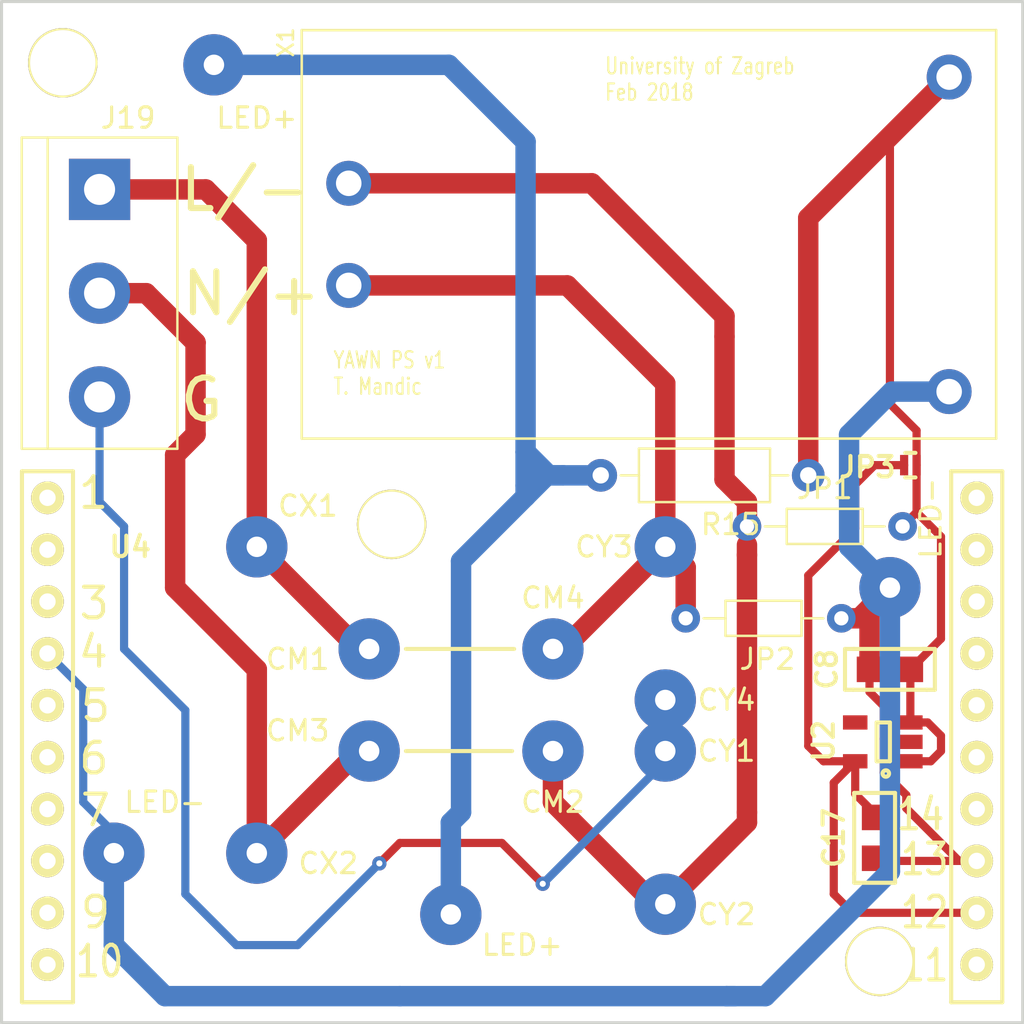
<source format=kicad_pcb>
(kicad_pcb (version 4) (host pcbnew 4.0.7)

  (general
    (links 31)
    (no_connects 0)
    (area 109.924999 69.924999 160.075001 120.075001)
    (thickness 1.6)
    (drawings 27)
    (tracks 129)
    (zones 0)
    (modules 27)
    (nets 28)
  )

  (page A4)
  (layers
    (0 F.Cu signal)
    (31 B.Cu signal)
    (32 B.Adhes user)
    (33 F.Adhes user hide)
    (34 B.Paste user)
    (35 F.Paste user)
    (36 B.SilkS user)
    (37 F.SilkS user)
    (38 B.Mask user)
    (39 F.Mask user hide)
    (40 Dwgs.User user hide)
    (41 Cmts.User user)
    (42 Eco1.User user)
    (43 Eco2.User user)
    (44 Edge.Cuts user)
    (45 Margin user)
    (46 B.CrtYd user hide)
    (47 F.CrtYd user hide)
    (48 B.Fab user hide)
    (49 F.Fab user)
  )

  (setup
    (last_trace_width 1)
    (user_trace_width 0.2)
    (user_trace_width 0.4)
    (user_trace_width 0.6)
    (user_trace_width 1)
    (user_trace_width 2)
    (user_trace_width 3)
    (trace_clearance 0.2)
    (zone_clearance 0.254)
    (zone_45_only yes)
    (trace_min 0.2)
    (segment_width 0.2)
    (edge_width 0.15)
    (via_size 0.7)
    (via_drill 0.3)
    (via_min_size 0.3)
    (via_min_drill 0.3)
    (user_via 0.7 0.3)
    (uvia_size 0.3)
    (uvia_drill 0.1)
    (uvias_allowed no)
    (uvia_min_size 0.2)
    (uvia_min_drill 0.1)
    (pcb_text_width 0.3)
    (pcb_text_size 1.5 1.5)
    (mod_edge_width 0.15)
    (mod_text_size 1 1)
    (mod_text_width 0.2)
    (pad_size 3.4 3.4)
    (pad_drill 3.2)
    (pad_to_mask_clearance 0.2)
    (aux_axis_origin 0 0)
    (grid_origin 122.5 96.7)
    (visible_elements 7FFFFF7F)
    (pcbplotparams
      (layerselection 0x000f0_80000001)
      (usegerberextensions false)
      (excludeedgelayer false)
      (linewidth 0.100000)
      (plotframeref false)
      (viasonmask false)
      (mode 1)
      (useauxorigin false)
      (hpglpennumber 1)
      (hpglpenspeed 20)
      (hpglpendiameter 15)
      (hpglpenoverlay 2)
      (psnegative false)
      (psa4output false)
      (plotreference true)
      (plotvalue true)
      (plotinvisibletext false)
      (padsonsilk false)
      (subtractmaskfromsilk false)
      (outputformat 1)
      (mirror false)
      (drillshape 0)
      (scaleselection 1)
      (outputdirectory gerberi/))
  )

  (net 0 "")
  (net 1 /ICSPCLK)
  (net 2 /VDD)
  (net 3 /ICSPDAT)
  (net 4 /\MCLR)
  (net 5 GND)
  (net 6 /VCAP)
  (net 7 /IRQ)
  (net 8 /CE)
  (net 9 /VDDX)
  (net 10 /GPIO1)
  (net 11 /GPIO0)
  (net 12 /SCL/SCK)
  (net 13 /SDA/SDI)
  (net 14 /\SS)
  (net 15 /SDO)
  (net 16 /H20)
  (net 17 /H3)
  (net 18 /H16)
  (net 19 /H17)
  (net 20 "Net-(C8-Pad1)")
  (net 21 /L)
  (net 22 /N)
  (net 23 /G)
  (net 24 /LIN)
  (net 25 /NIN)
  (net 26 "Net-(J30-Pad1)")
  (net 27 "Net-(U2-Pad4)")

  (net_class Default "This is the default net class."
    (clearance 0.2)
    (trace_width 0.2)
    (via_dia 0.7)
    (via_drill 0.3)
    (uvia_dia 0.3)
    (uvia_drill 0.1)
    (add_net /CE)
    (add_net /G)
    (add_net /GPIO0)
    (add_net /GPIO1)
    (add_net /H16)
    (add_net /H17)
    (add_net /H20)
    (add_net /H3)
    (add_net /ICSPCLK)
    (add_net /ICSPDAT)
    (add_net /IRQ)
    (add_net /L)
    (add_net /LIN)
    (add_net /N)
    (add_net /NIN)
    (add_net /SCL/SCK)
    (add_net /SDA/SDI)
    (add_net /SDO)
    (add_net /VCAP)
    (add_net /VDD)
    (add_net /VDDX)
    (add_net /\MCLR)
    (add_net /\SS)
    (add_net GND)
    (add_net "Net-(C8-Pad1)")
    (add_net "Net-(J30-Pad1)")
    (add_net "Net-(U2-Pad4)")
  )

  (module komponente:HOLE_M3 (layer F.Cu) (tedit 5A969D2A) (tstamp 5AA1C87D)
    (at 129.1 95.6)
    (fp_text reference REF** (at 0 -3) (layer F.SilkS) hide
      (effects (font (size 1 1) (thickness 0.15)))
    )
    (fp_text value HOLE_M3 (at 0 3) (layer F.SilkS) hide
      (effects (font (size 1 1) (thickness 0.2)))
    )
    (pad 1 thru_hole circle (at 0 0) (size 3.4 3.4) (drill 3.2) (layers *.Cu *.Mask F.SilkS))
  )

  (module komponente:HEADER (layer F.Cu) (tedit 5A96B890) (tstamp 56F54644)
    (at 135 107)
    (path /576D788C)
    (fp_text reference U4 (at -18.7 -10.3) (layer F.SilkS)
      (effects (font (size 1 1) (thickness 0.2)))
    )
    (fp_text value 2x10pin_header (at -0.04 14.21) (layer F.SilkS) hide
      (effects (font (size 1 1) (thickness 0.2)))
    )
    (fp_line (start 21.5 -14) (end 24 -14) (layer F.SilkS) (width 0.2))
    (fp_line (start 24 -14) (end 24 12) (layer F.SilkS) (width 0.2))
    (fp_line (start 24 12) (end 21.5 12) (layer F.SilkS) (width 0.2))
    (fp_line (start 21.5 12) (end 21.5 -14) (layer F.SilkS) (width 0.2))
    (fp_line (start -24 -14) (end -21.5 -14) (layer F.SilkS) (width 0.2))
    (fp_line (start -21.5 -14) (end -21.5 12) (layer F.SilkS) (width 0.2))
    (fp_line (start -21.5 12) (end -24 12) (layer F.SilkS) (width 0.2))
    (fp_line (start -24 12) (end -24 -14) (layer F.SilkS) (width 0.2))
    (pad 1 thru_hole circle (at -22.75 -12.7) (size 1.6 1.6) (drill 0.8) (layers *.Cu *.Mask F.SilkS)
      (net 6 /VCAP))
    (pad 2 thru_hole circle (at -22.75 -10.16) (size 1.6 1.6) (drill 0.8) (layers *.Cu *.Mask F.SilkS)
      (net 9 /VDDX))
    (pad 3 thru_hole circle (at -22.75 -7.62) (size 1.6 1.6) (drill 0.8) (layers *.Cu *.Mask F.SilkS)
      (net 17 /H3))
    (pad 4 thru_hole circle (at -22.75 -5.08) (size 1.6 1.6) (drill 0.8) (layers *.Cu *.Mask F.SilkS)
      (net 5 GND))
    (pad 5 thru_hole circle (at -22.75 -2.54) (size 1.6 1.6) (drill 0.8) (layers *.Cu *.Mask F.SilkS)
      (net 13 /SDA/SDI))
    (pad 6 thru_hole circle (at -22.75 0) (size 1.6 1.6) (drill 0.8) (layers *.Cu *.Mask F.SilkS)
      (net 12 /SCL/SCK))
    (pad 7 thru_hole circle (at -22.75 2.54) (size 1.6 1.6) (drill 0.8) (layers *.Cu *.Mask F.SilkS)
      (net 14 /\SS))
    (pad 8 thru_hole circle (at -22.75 5.08) (size 1.6 1.6) (drill 0.8) (layers *.Cu *.Mask F.SilkS)
      (net 15 /SDO))
    (pad 9 thru_hole circle (at -22.75 7.62) (size 1.6 1.6) (drill 0.8) (layers *.Cu *.Mask F.SilkS)
      (net 8 /CE))
    (pad 10 thru_hole circle (at -22.75 10.16) (size 1.6 1.6) (drill 0.8) (layers *.Cu *.Mask F.SilkS)
      (net 7 /IRQ))
    (pad 20 thru_hole circle (at 22.75 -12.7) (size 1.6 1.6) (drill 0.8) (layers *.Cu *.Mask F.SilkS)
      (net 16 /H20))
    (pad 19 thru_hole circle (at 22.75 -10.16) (size 1.6 1.6) (drill 0.8) (layers *.Cu *.Mask F.SilkS)
      (net 10 /GPIO1))
    (pad 18 thru_hole circle (at 22.75 -7.62) (size 1.6 1.6) (drill 0.8) (layers *.Cu *.Mask F.SilkS)
      (net 11 /GPIO0))
    (pad 17 thru_hole circle (at 22.75 -5.08) (size 1.6 1.6) (drill 0.8) (layers *.Cu *.Mask F.SilkS)
      (net 19 /H17))
    (pad 16 thru_hole circle (at 22.75 -2.54) (size 1.6 1.6) (drill 0.8) (layers *.Cu *.Mask F.SilkS)
      (net 18 /H16))
    (pad 15 thru_hole circle (at 22.75 0) (size 1.6 1.6) (drill 0.8) (layers *.Cu *.Mask F.SilkS)
      (net 1 /ICSPCLK))
    (pad 14 thru_hole circle (at 22.75 2.54) (size 1.6 1.6) (drill 0.8) (layers *.Cu *.Mask F.SilkS)
      (net 3 /ICSPDAT))
    (pad 13 thru_hole circle (at 22.75 5.08) (size 1.6 1.6) (drill 0.8) (layers *.Cu *.Mask F.SilkS)
      (net 5 GND))
    (pad 12 thru_hole circle (at 22.75 7.62) (size 1.6 1.6) (drill 0.8) (layers *.Cu *.Mask F.SilkS)
      (net 2 /VDD))
    (pad 11 thru_hole circle (at 22.75 10.16) (size 1.6 1.6) (drill 0.8) (layers *.Cu *.Mask F.SilkS)
      (net 4 /\MCLR))
  )

  (module komponente:0805 (layer F.Cu) (tedit 5A96ACA9) (tstamp 5AA171C1)
    (at 153.5 102.7 180)
    (descr "Capacitor SMD 0805, reflow soldering, AVX (see smccp.pdf)")
    (tags "capacitor 0805")
    (path /5A9725F3)
    (attr smd)
    (fp_text reference C8 (at 3.1 0 270) (layer F.SilkS)
      (effects (font (size 1 1) (thickness 0.2)))
    )
    (fp_text value C (at 0 2.1 180) (layer F.SilkS) hide
      (effects (font (size 1 1) (thickness 0.2)))
    )
    (fp_line (start 1.8 -1) (end 2.2 -1) (layer F.SilkS) (width 0.2))
    (fp_line (start 2.2 -1) (end 2.2 1) (layer F.SilkS) (width 0.2))
    (fp_line (start 2.2 1) (end 1.7 1) (layer F.SilkS) (width 0.2))
    (fp_line (start -1.8 -1) (end -2.2 -1) (layer F.SilkS) (width 0.2))
    (fp_line (start -2.2 -1) (end -2.2 1) (layer F.SilkS) (width 0.2))
    (fp_line (start -2.2 1) (end -1.6 1) (layer F.SilkS) (width 0.2))
    (fp_line (start -1.8 -1) (end 1.8 -1) (layer F.SilkS) (width 0.2))
    (fp_line (start -1.8 1) (end 1.8 1) (layer F.SilkS) (width 0.2))
    (pad 1 smd rect (at -1 0 180) (size 1.25 1.25) (layers F.Cu F.Paste F.Mask)
      (net 20 "Net-(C8-Pad1)"))
    (pad 2 smd rect (at 1 0 180) (size 1.25 1.25) (layers F.Cu F.Paste F.Mask)
      (net 5 GND))
    (model Capacitors_SMD.3dshapes/C_0805.wrl
      (at (xyz 0 0 0))
      (scale (xyz 1 1 1))
      (rotate (xyz 0 0 0))
    )
  )

  (module komponente:0805 (layer F.Cu) (tedit 5A96A404) (tstamp 5AA171CF)
    (at 152.75 110.95 270)
    (descr "Capacitor SMD 0805, reflow soldering, AVX (see smccp.pdf)")
    (tags "capacitor 0805")
    (path /5A970509)
    (attr smd)
    (fp_text reference C17 (at 0 2 270) (layer F.SilkS)
      (effects (font (size 1 1) (thickness 0.2)))
    )
    (fp_text value C (at 0 2.1 270) (layer F.SilkS) hide
      (effects (font (size 1 1) (thickness 0.2)))
    )
    (fp_line (start 1.8 -1) (end 2.2 -1) (layer F.SilkS) (width 0.2))
    (fp_line (start 2.2 -1) (end 2.2 1) (layer F.SilkS) (width 0.2))
    (fp_line (start 2.2 1) (end 1.7 1) (layer F.SilkS) (width 0.2))
    (fp_line (start -1.8 -1) (end -2.2 -1) (layer F.SilkS) (width 0.2))
    (fp_line (start -2.2 -1) (end -2.2 1) (layer F.SilkS) (width 0.2))
    (fp_line (start -2.2 1) (end -1.6 1) (layer F.SilkS) (width 0.2))
    (fp_line (start -1.8 -1) (end 1.8 -1) (layer F.SilkS) (width 0.2))
    (fp_line (start -1.8 1) (end 1.8 1) (layer F.SilkS) (width 0.2))
    (pad 1 smd rect (at -1 0 270) (size 1.25 1.25) (layers F.Cu F.Paste F.Mask)
      (net 2 /VDD))
    (pad 2 smd rect (at 1 0 270) (size 1.25 1.25) (layers F.Cu F.Paste F.Mask)
      (net 5 GND))
    (model Capacitors_SMD.3dshapes/C_0805.wrl
      (at (xyz 0 0 0))
      (scale (xyz 1 1 1))
      (rotate (xyz 0 0 0))
    )
  )

  (module Terminal_Blocks:TerminalBlock_bornier-3_P5.08mm (layer F.Cu) (tedit 5A96B8A5) (tstamp 5AA171E5)
    (at 114.8 79.2 270)
    (descr "simple 3-pin terminal block, pitch 5.08mm, revamped version of bornier3")
    (tags "terminal block bornier3")
    (path /5A96F1BD)
    (fp_text reference J19 (at -3.5 -1.4 360) (layer F.SilkS)
      (effects (font (size 1 1) (thickness 0.15)))
    )
    (fp_text value Screw_Terminal_01x03 (at 5.08 5.08 270) (layer F.Fab) hide
      (effects (font (size 1 1) (thickness 0.15)))
    )
    (fp_text user %R (at 5.08 0 270) (layer F.Fab) hide
      (effects (font (size 1 1) (thickness 0.15)))
    )
    (fp_line (start -2.47 2.55) (end 12.63 2.55) (layer F.Fab) (width 0.1))
    (fp_line (start -2.47 -3.75) (end 12.63 -3.75) (layer F.Fab) (width 0.1))
    (fp_line (start 12.63 -3.75) (end 12.63 3.75) (layer F.Fab) (width 0.1))
    (fp_line (start 12.63 3.75) (end -2.47 3.75) (layer F.Fab) (width 0.1))
    (fp_line (start -2.47 3.75) (end -2.47 -3.75) (layer F.Fab) (width 0.1))
    (fp_line (start -2.54 3.81) (end -2.54 -3.81) (layer F.SilkS) (width 0.12))
    (fp_line (start 12.7 3.81) (end 12.7 -3.81) (layer F.SilkS) (width 0.12))
    (fp_line (start -2.54 2.54) (end 12.7 2.54) (layer F.SilkS) (width 0.12))
    (fp_line (start -2.54 -3.81) (end 12.7 -3.81) (layer F.SilkS) (width 0.12))
    (fp_line (start -2.54 3.81) (end 12.7 3.81) (layer F.SilkS) (width 0.12))
    (fp_line (start -2.72 -4) (end 12.88 -4) (layer F.CrtYd) (width 0.05))
    (fp_line (start -2.72 -4) (end -2.72 4) (layer F.CrtYd) (width 0.05))
    (fp_line (start 12.88 4) (end 12.88 -4) (layer F.CrtYd) (width 0.05))
    (fp_line (start 12.88 4) (end -2.72 4) (layer F.CrtYd) (width 0.05))
    (pad 1 thru_hole rect (at 0 0 270) (size 3 3) (drill 1.52) (layers *.Cu *.Mask)
      (net 21 /L))
    (pad 2 thru_hole circle (at 5.08 0 270) (size 3 3) (drill 1.52) (layers *.Cu *.Mask)
      (net 22 /N))
    (pad 3 thru_hole circle (at 10.16 0 270) (size 3 3) (drill 1.52) (layers *.Cu *.Mask)
      (net 23 /G))
    (model ${KISYS3DMOD}/Terminal_Blocks.3dshapes/TerminalBlock_bornier-3_P5.08mm.wrl
      (at (xyz 0.2 0 0))
      (scale (xyz 1 1 1))
      (rotate (xyz 0 0 0))
    )
  )

  (module komponente:3mm_1mm (layer F.Cu) (tedit 5A96A8E1) (tstamp 5AA171EA)
    (at 122.5 96.7)
    (path /5A9769B2)
    (fp_text reference J20 (at 0 0.5) (layer F.SilkS) hide
      (effects (font (size 1 1) (thickness 0.15)))
    )
    (fp_text value CX1 (at 2.5 -2) (layer F.SilkS)
      (effects (font (size 1 1) (thickness 0.15)))
    )
    (pad 1 thru_hole circle (at 0 0) (size 3 3) (drill 1) (layers *.Cu *.Mask)
      (net 21 /L))
  )

  (module komponente:3mm_1mm (layer F.Cu) (tedit 5A96A8F5) (tstamp 5AA171EF)
    (at 122.5 111.7)
    (path /5A976C37)
    (fp_text reference J21 (at 0 0.5) (layer F.SilkS) hide
      (effects (font (size 1 1) (thickness 0.15)))
    )
    (fp_text value CX2 (at 3.5 0.5) (layer F.SilkS)
      (effects (font (size 1 1) (thickness 0.15)))
    )
    (pad 1 thru_hole circle (at 0 0) (size 3 3) (drill 1) (layers *.Cu *.Mask)
      (net 22 /N))
  )

  (module komponente:3mm_1mm (layer F.Cu) (tedit 5A96A906) (tstamp 5AA171F4)
    (at 128 101.7)
    (path /5A97705B)
    (fp_text reference J22 (at 0 0.5) (layer F.SilkS) hide
      (effects (font (size 1 1) (thickness 0.15)))
    )
    (fp_text value CM1 (at -3.5 0.5) (layer F.SilkS)
      (effects (font (size 1 1) (thickness 0.15)))
    )
    (pad 1 thru_hole circle (at 0 0) (size 3 3) (drill 1) (layers *.Cu *.Mask)
      (net 21 /L))
  )

  (module komponente:3mm_1mm (layer F.Cu) (tedit 5A96A911) (tstamp 5AA171F9)
    (at 128 106.7)
    (path /5A97761F)
    (fp_text reference J23 (at 0 0.5) (layer F.SilkS) hide
      (effects (font (size 1 1) (thickness 0.15)))
    )
    (fp_text value CM3 (at -3.5 -1) (layer F.SilkS)
      (effects (font (size 1 1) (thickness 0.15)))
    )
    (pad 1 thru_hole circle (at 0 0) (size 3 3) (drill 1) (layers *.Cu *.Mask)
      (net 22 /N))
  )

  (module komponente:3mm_1mm (layer F.Cu) (tedit 5A96AA7A) (tstamp 5AA171FE)
    (at 137 106.7)
    (path /5A977061)
    (fp_text reference J24 (at 0 0.5) (layer F.SilkS) hide
      (effects (font (size 1 1) (thickness 0.15)))
    )
    (fp_text value CM2 (at 0 2.5) (layer F.SilkS)
      (effects (font (size 1 1) (thickness 0.15)))
    )
    (pad 1 thru_hole circle (at 0 0) (size 3 3) (drill 1) (layers *.Cu *.Mask)
      (net 24 /LIN))
  )

  (module komponente:3mm_1mm (layer F.Cu) (tedit 5A96AA70) (tstamp 5AA17203)
    (at 137 101.7)
    (path /5A977619)
    (fp_text reference J25 (at 0 0.5) (layer F.SilkS) hide
      (effects (font (size 1 1) (thickness 0.15)))
    )
    (fp_text value CM4 (at 0 -2.5) (layer F.SilkS)
      (effects (font (size 1 1) (thickness 0.15)))
    )
    (pad 1 thru_hole circle (at 0 0) (size 3 3) (drill 1) (layers *.Cu *.Mask)
      (net 25 /NIN))
  )

  (module komponente:3mm_1mm (layer F.Cu) (tedit 5A96AA50) (tstamp 5AA17208)
    (at 142.5 106.7)
    (path /5A977F5B)
    (fp_text reference J26 (at 0 0.5) (layer F.SilkS) hide
      (effects (font (size 1 1) (thickness 0.15)))
    )
    (fp_text value CY1 (at 3 0) (layer F.SilkS)
      (effects (font (size 1 1) (thickness 0.15)))
    )
    (pad 1 thru_hole circle (at 0 0) (size 3 3) (drill 1) (layers *.Cu *.Mask)
      (net 23 /G))
  )

  (module komponente:3mm_1mm (layer F.Cu) (tedit 5A96AA43) (tstamp 5AA1720D)
    (at 142.5 114.2)
    (path /5A977F61)
    (fp_text reference J27 (at 0 0.5) (layer F.SilkS) hide
      (effects (font (size 1 1) (thickness 0.15)))
    )
    (fp_text value CY2 (at 3 0.5) (layer F.SilkS)
      (effects (font (size 1 1) (thickness 0.15)))
    )
    (pad 1 thru_hole circle (at 0 0) (size 3 3) (drill 1) (layers *.Cu *.Mask)
      (net 24 /LIN))
  )

  (module komponente:3mm_1mm (layer F.Cu) (tedit 5A96AA63) (tstamp 5AA17212)
    (at 142.5 96.7)
    (path /5A9782A9)
    (fp_text reference J28 (at 0 0.5) (layer F.SilkS) hide
      (effects (font (size 1 1) (thickness 0.15)))
    )
    (fp_text value CY3 (at -3 0) (layer F.SilkS)
      (effects (font (size 1 1) (thickness 0.15)))
    )
    (pad 1 thru_hole circle (at 0 0) (size 3 3) (drill 1) (layers *.Cu *.Mask)
      (net 25 /NIN))
  )

  (module komponente:3mm_1mm (layer F.Cu) (tedit 5A96AA59) (tstamp 5AA17217)
    (at 142.5 104.2)
    (path /5A9782AF)
    (fp_text reference J29 (at 0 0.5) (layer F.SilkS) hide
      (effects (font (size 1 1) (thickness 0.15)))
    )
    (fp_text value CY4 (at 3 0) (layer F.SilkS)
      (effects (font (size 1 1) (thickness 0.15)))
    )
    (pad 1 thru_hole circle (at 0 0) (size 3 3) (drill 1) (layers *.Cu *.Mask)
      (net 23 /G))
  )

  (module komponente:3mm_1mm (layer F.Cu) (tedit 5A96AB29) (tstamp 5AA1721C)
    (at 120.4 73.1)
    (path /5A96CE58)
    (fp_text reference J30 (at 0 0.5) (layer F.SilkS) hide
      (effects (font (size 1 1) (thickness 0.15)))
    )
    (fp_text value LED+ (at 2.1 2.6) (layer F.SilkS)
      (effects (font (size 1 1) (thickness 0.15)))
    )
    (pad 1 thru_hole circle (at 0 0) (size 3 3) (drill 1) (layers *.Cu *.Mask)
      (net 26 "Net-(J30-Pad1)"))
  )

  (module komponente:3mm_1mm (layer F.Cu) (tedit 5A96AB14) (tstamp 5AA17221)
    (at 132 114.7)
    (path /5A96D2CA)
    (fp_text reference J31 (at 0 0.5) (layer F.SilkS) hide
      (effects (font (size 1 1) (thickness 0.15)))
    )
    (fp_text value LED+ (at 3.5 1.5) (layer F.SilkS)
      (effects (font (size 1 1) (thickness 0.15)))
    )
    (pad 1 thru_hole circle (at 0 0) (size 3 3) (drill 1) (layers *.Cu *.Mask)
      (net 26 "Net-(J30-Pad1)"))
  )

  (module komponente:3mm_1mm (layer F.Cu) (tedit 5A96A823) (tstamp 5AA17226)
    (at 115.5 111.7)
    (path /5A96D3F2)
    (fp_text reference J32 (at 0 0.5) (layer F.SilkS) hide
      (effects (font (size 1 1) (thickness 0.15)))
    )
    (fp_text value LED- (at 2.5 -2.5) (layer F.SilkS)
      (effects (font (size 1 1) (thickness 0.15)))
    )
    (pad 1 thru_hole circle (at 0 0) (size 3 3) (drill 1) (layers *.Cu *.Mask)
      (net 5 GND))
  )

  (module komponente:3mm_1mm (layer F.Cu) (tedit 5A96B86F) (tstamp 5AA1722B)
    (at 153.5 98.7)
    (path /5A96D3F8)
    (fp_text reference J33 (at 0 0.5) (layer F.SilkS) hide
      (effects (font (size 1 1) (thickness 0.15)))
    )
    (fp_text value LED- (at 2 -3.4 90) (layer F.SilkS)
      (effects (font (size 1 1) (thickness 0.15)))
    )
    (pad 1 thru_hole circle (at 0 0) (size 3 3) (drill 1) (layers *.Cu *.Mask)
      (net 5 GND))
  )

  (module komponente:J1x04 (layer F.Cu) (tedit 5A96A641) (tstamp 5AA17257)
    (at 154.5 92.7 180)
    (descr "Resistor SMD 0402, reflow soldering, Vishay (see dcrcw.pdf)")
    (tags "resistor 0402")
    (path /5A975E2C)
    (attr smd)
    (fp_text reference JP3 (at 2.1 -0.1 180) (layer F.SilkS)
      (effects (font (size 1 1) (thickness 0.2)))
    )
    (fp_text value JUMPER (at 0 1.8 180) (layer F.SilkS) hide
      (effects (font (size 1 1) (thickness 0.2)))
    )
    (fp_line (start 0.25 -0.6012) (end -0.25 -0.6012) (layer F.SilkS) (width 0.2))
    (fp_line (start -0.25 0.6012) (end 0.25 0.6012) (layer F.SilkS) (width 0.2))
    (pad 1 smd rect (at -0.3048 0 180) (size 0.4 1) (layers F.Cu F.Paste F.Mask)
      (net 20 "Net-(C8-Pad1)"))
    (pad 2 smd rect (at 0.3048 0 180) (size 0.4 1) (layers F.Cu F.Paste F.Mask)
      (net 2 /VDD))
    (model Resistors_SMD.3dshapes/R_0402.wrl
      (at (xyz 0 0 0))
      (scale (xyz 1 1 1))
      (rotate (xyz 0 0 0))
    )
  )

  (module Resistors_ThroughHole:R_Axial_DIN0207_L6.3mm_D2.5mm_P10.16mm_Horizontal (layer F.Cu) (tedit 5A96A629) (tstamp 5AA1726D)
    (at 149.5 93.2 180)
    (descr "Resistor, Axial_DIN0207 series, Axial, Horizontal, pin pitch=10.16mm, 0.25W = 1/4W, length*diameter=6.3*2.5mm^2, http://cdn-reichelt.de/documents/datenblatt/B400/1_4W%23YAG.pdf")
    (tags "Resistor Axial_DIN0207 series Axial Horizontal pin pitch 10.16mm 0.25W = 1/4W length 6.3mm diameter 2.5mm")
    (path /5A96E6D0)
    (fp_text reference R15 (at 3.8 -2.4 180) (layer F.SilkS)
      (effects (font (size 1 1) (thickness 0.15)))
    )
    (fp_text value R (at 5.08 2.31 180) (layer F.Fab) hide
      (effects (font (size 1 1) (thickness 0.15)))
    )
    (fp_line (start 1.93 -1.25) (end 1.93 1.25) (layer F.Fab) (width 0.1))
    (fp_line (start 1.93 1.25) (end 8.23 1.25) (layer F.Fab) (width 0.1))
    (fp_line (start 8.23 1.25) (end 8.23 -1.25) (layer F.Fab) (width 0.1))
    (fp_line (start 8.23 -1.25) (end 1.93 -1.25) (layer F.Fab) (width 0.1))
    (fp_line (start 0 0) (end 1.93 0) (layer F.Fab) (width 0.1))
    (fp_line (start 10.16 0) (end 8.23 0) (layer F.Fab) (width 0.1))
    (fp_line (start 1.87 -1.31) (end 1.87 1.31) (layer F.SilkS) (width 0.12))
    (fp_line (start 1.87 1.31) (end 8.29 1.31) (layer F.SilkS) (width 0.12))
    (fp_line (start 8.29 1.31) (end 8.29 -1.31) (layer F.SilkS) (width 0.12))
    (fp_line (start 8.29 -1.31) (end 1.87 -1.31) (layer F.SilkS) (width 0.12))
    (fp_line (start 0.98 0) (end 1.87 0) (layer F.SilkS) (width 0.12))
    (fp_line (start 9.18 0) (end 8.29 0) (layer F.SilkS) (width 0.12))
    (fp_line (start -1.05 -1.6) (end -1.05 1.6) (layer F.CrtYd) (width 0.05))
    (fp_line (start -1.05 1.6) (end 11.25 1.6) (layer F.CrtYd) (width 0.05))
    (fp_line (start 11.25 1.6) (end 11.25 -1.6) (layer F.CrtYd) (width 0.05))
    (fp_line (start 11.25 -1.6) (end -1.05 -1.6) (layer F.CrtYd) (width 0.05))
    (pad 1 thru_hole circle (at 0 0 180) (size 1.6 1.6) (drill 0.8) (layers *.Cu *.Mask)
      (net 20 "Net-(C8-Pad1)"))
    (pad 2 thru_hole oval (at 10.16 0 180) (size 1.6 1.6) (drill 0.8) (layers *.Cu *.Mask)
      (net 26 "Net-(J30-Pad1)"))
    (model ${KISYS3DMOD}/Resistors_THT.3dshapes/R_Axial_DIN0207_L6.3mm_D2.5mm_P10.16mm_Horizontal.wrl
      (at (xyz 0 0 0))
      (scale (xyz 0.393701 0.393701 0.393701))
      (rotate (xyz 0 0 0))
    )
  )

  (module komponente:SOT-23-5DDC (layer F.Cu) (tedit 5A96A40B) (tstamp 5AA1727B)
    (at 154.5 107.2 90)
    (path /5A97019A)
    (fp_text reference U2 (at 1 -4.25 90) (layer F.SilkS)
      (effects (font (size 1 1) (thickness 0.2)))
    )
    (fp_text value MIC5525-33 (at 1.25 1.75 90) (layer F.SilkS) hide
      (effects (font (size 1 1) (thickness 0.2)))
    )
    (fp_circle (center -0.6 -1.2) (end -0.45 -1.25) (layer F.SilkS) (width 0.2))
    (fp_line (start 0 -1.65) (end 0 -1) (layer F.SilkS) (width 0.2))
    (fp_line (start 0 -1) (end 1.9 -1) (layer F.SilkS) (width 0.2))
    (fp_line (start 1.9 -1) (end 1.9 -1.65) (layer F.SilkS) (width 0.2))
    (fp_line (start 1.9 -1.65) (end 0 -1.65) (layer F.SilkS) (width 0.2))
    (pad 1 smd rect (at 0 0 90) (size 0.7 1.2) (layers F.Cu F.Paste F.Mask)
      (net 20 "Net-(C8-Pad1)"))
    (pad 2 smd rect (at 0.95 0 90) (size 0.7 1.2) (layers F.Cu F.Paste F.Mask)
      (net 5 GND))
    (pad 3 smd rect (at 1.9 0 90) (size 0.7 1.2) (layers F.Cu F.Paste F.Mask)
      (net 20 "Net-(C8-Pad1)"))
    (pad 4 smd rect (at 1.9 -2.7 90) (size 0.7 1.2) (layers F.Cu F.Paste F.Mask)
      (net 27 "Net-(U2-Pad4)"))
    (pad 5 smd rect (at 0 -2.7 90) (size 0.7 1.2) (layers F.Cu F.Paste F.Mask)
      (net 2 /VDD))
  )

  (module komponente:HLK-PM03 (layer F.Cu) (tedit 5A969EC8) (tstamp 5AA1729A)
    (at 141.7 81.4)
    (path /5A96C10F)
    (fp_text reference X1 (at -17.78 -9.398 90) (layer F.SilkS)
      (effects (font (size 0.762 0.762) (thickness 0.127)))
    )
    (fp_text value HLK-PMXX (at 0.2 0.4) (layer F.Fab)
      (effects (font (size 0.762 0.762) (thickness 0.127)))
    )
    (fp_line (start 17 10) (end 17 -10) (layer F.SilkS) (width 0.127))
    (fp_line (start -17 -10) (end -17 10) (layer F.SilkS) (width 0.127))
    (fp_line (start -17 10) (end 17 10) (layer F.SilkS) (width 0.127))
    (fp_line (start 17 -10) (end -17 -10) (layer F.SilkS) (width 0.127))
    (pad 1 thru_hole circle (at -14.7 -2.5) (size 2.2 2.2) (drill 1.25) (layers *.Cu *.Mask)
      (net 24 /LIN))
    (pad 2 thru_hole circle (at -14.7 2.5) (size 2.2 2.2) (drill 1.25) (layers *.Cu *.Mask)
      (net 25 /NIN))
    (pad 3 thru_hole circle (at 14.7 -7.7) (size 2.2 2.2) (drill 1.25) (layers *.Cu *.Mask)
      (net 20 "Net-(C8-Pad1)"))
    (pad 4 thru_hole circle (at 14.7 7.7) (size 2.2 2.2) (drill 1.25) (layers *.Cu *.Mask)
      (net 5 GND))
    (model C:/Engineering/KiCAD_Libraries/3D/Power_Supplies/AC_DC_Converters/VRML/HLK-PM01.wrl
      (at (xyz 0 0 0))
      (scale (xyz 1 1 1))
      (rotate (xyz 0 0 0))
    )
  )

  (module komponente:HOLE_M3 (layer F.Cu) (tedit 5A969D02) (tstamp 5AA172A1)
    (at 113 73)
    (fp_text reference REF** (at 0 -3) (layer F.SilkS) hide
      (effects (font (size 1 1) (thickness 0.15)))
    )
    (fp_text value HOLE_M3 (at 0 3) (layer F.SilkS) hide
      (effects (font (size 1 1) (thickness 0.2)))
    )
    (pad 1 thru_hole circle (at 0 0) (size 3.4 3.4) (drill 3.2) (layers *.Cu *.Mask F.SilkS))
  )

  (module komponente:HOLE_M3 (layer F.Cu) (tedit 5A969D2A) (tstamp 5AA172AA)
    (at 153 117)
    (fp_text reference REF** (at 0 -3) (layer F.SilkS) hide
      (effects (font (size 1 1) (thickness 0.15)))
    )
    (fp_text value HOLE_M3 (at 0 3) (layer F.SilkS) hide
      (effects (font (size 1 1) (thickness 0.2)))
    )
    (pad 1 thru_hole circle (at 0 0) (size 3.4 3.4) (drill 3.2) (layers *.Cu *.Mask F.SilkS))
  )

  (module Resistors_ThroughHole:R_Axial_DIN0204_L3.6mm_D1.6mm_P7.62mm_Horizontal (layer F.Cu) (tedit 5A96A9F1) (tstamp 5AA1724F)
    (at 143.5 100.2)
    (descr "Resistor, Axial_DIN0204 series, Axial, Horizontal, pin pitch=7.62mm, 0.16666666666666666W = 1/6W, length*diameter=3.6*1.6mm^2, http://cdn-reichelt.de/documents/datenblatt/B400/1_4W%23YAG.pdf")
    (tags "Resistor Axial_DIN0204 series Axial Horizontal pin pitch 7.62mm 0.16666666666666666W = 1/6W length 3.6mm diameter 1.6mm")
    (path /5A973BC5)
    (fp_text reference JP2 (at 4 2) (layer F.SilkS)
      (effects (font (size 1 1) (thickness 0.15)))
    )
    (fp_text value JUMPER (at 3.81 1.86) (layer F.Fab) hide
      (effects (font (size 1 1) (thickness 0.15)))
    )
    (fp_line (start 2.01 -0.8) (end 2.01 0.8) (layer F.Fab) (width 0.1))
    (fp_line (start 2.01 0.8) (end 5.61 0.8) (layer F.Fab) (width 0.1))
    (fp_line (start 5.61 0.8) (end 5.61 -0.8) (layer F.Fab) (width 0.1))
    (fp_line (start 5.61 -0.8) (end 2.01 -0.8) (layer F.Fab) (width 0.1))
    (fp_line (start 0 0) (end 2.01 0) (layer F.Fab) (width 0.1))
    (fp_line (start 7.62 0) (end 5.61 0) (layer F.Fab) (width 0.1))
    (fp_line (start 1.95 -0.86) (end 1.95 0.86) (layer F.SilkS) (width 0.12))
    (fp_line (start 1.95 0.86) (end 5.67 0.86) (layer F.SilkS) (width 0.12))
    (fp_line (start 5.67 0.86) (end 5.67 -0.86) (layer F.SilkS) (width 0.12))
    (fp_line (start 5.67 -0.86) (end 1.95 -0.86) (layer F.SilkS) (width 0.12))
    (fp_line (start 0.88 0) (end 1.95 0) (layer F.SilkS) (width 0.12))
    (fp_line (start 6.74 0) (end 5.67 0) (layer F.SilkS) (width 0.12))
    (fp_line (start -0.95 -1.15) (end -0.95 1.15) (layer F.CrtYd) (width 0.05))
    (fp_line (start -0.95 1.15) (end 8.6 1.15) (layer F.CrtYd) (width 0.05))
    (fp_line (start 8.6 1.15) (end 8.6 -1.15) (layer F.CrtYd) (width 0.05))
    (fp_line (start 8.6 -1.15) (end -0.95 -1.15) (layer F.CrtYd) (width 0.05))
    (pad 1 thru_hole circle (at 0 0) (size 1.4 1.4) (drill 0.7) (layers *.Cu *.Mask)
      (net 25 /NIN))
    (pad 2 thru_hole oval (at 7.62 0) (size 1.4 1.4) (drill 0.7) (layers *.Cu *.Mask)
      (net 5 GND))
    (model ${KISYS3DMOD}/Resistors_THT.3dshapes/R_Axial_DIN0204_L3.6mm_D1.6mm_P7.62mm_Horizontal.wrl
      (at (xyz 0 0 0))
      (scale (xyz 0.393701 0.393701 0.393701))
      (rotate (xyz 0 0 0))
    )
  )

  (module Resistors_ThroughHole:R_Axial_DIN0204_L3.6mm_D1.6mm_P7.62mm_Horizontal (layer F.Cu) (tedit 5874F706) (tstamp 5AA1723D)
    (at 146.5 95.7)
    (descr "Resistor, Axial_DIN0204 series, Axial, Horizontal, pin pitch=7.62mm, 0.16666666666666666W = 1/6W, length*diameter=3.6*1.6mm^2, http://cdn-reichelt.de/documents/datenblatt/B400/1_4W%23YAG.pdf")
    (tags "Resistor Axial_DIN0204 series Axial Horizontal pin pitch 7.62mm 0.16666666666666666W = 1/6W length 3.6mm diameter 1.6mm")
    (path /5A973564)
    (fp_text reference JP1 (at 3.81 -1.86) (layer F.SilkS)
      (effects (font (size 1 1) (thickness 0.15)))
    )
    (fp_text value JUMPER (at 3.81 1.86) (layer F.Fab)
      (effects (font (size 1 1) (thickness 0.15)))
    )
    (fp_line (start 2.01 -0.8) (end 2.01 0.8) (layer F.Fab) (width 0.1))
    (fp_line (start 2.01 0.8) (end 5.61 0.8) (layer F.Fab) (width 0.1))
    (fp_line (start 5.61 0.8) (end 5.61 -0.8) (layer F.Fab) (width 0.1))
    (fp_line (start 5.61 -0.8) (end 2.01 -0.8) (layer F.Fab) (width 0.1))
    (fp_line (start 0 0) (end 2.01 0) (layer F.Fab) (width 0.1))
    (fp_line (start 7.62 0) (end 5.61 0) (layer F.Fab) (width 0.1))
    (fp_line (start 1.95 -0.86) (end 1.95 0.86) (layer F.SilkS) (width 0.12))
    (fp_line (start 1.95 0.86) (end 5.67 0.86) (layer F.SilkS) (width 0.12))
    (fp_line (start 5.67 0.86) (end 5.67 -0.86) (layer F.SilkS) (width 0.12))
    (fp_line (start 5.67 -0.86) (end 1.95 -0.86) (layer F.SilkS) (width 0.12))
    (fp_line (start 0.88 0) (end 1.95 0) (layer F.SilkS) (width 0.12))
    (fp_line (start 6.74 0) (end 5.67 0) (layer F.SilkS) (width 0.12))
    (fp_line (start -0.95 -1.15) (end -0.95 1.15) (layer F.CrtYd) (width 0.05))
    (fp_line (start -0.95 1.15) (end 8.6 1.15) (layer F.CrtYd) (width 0.05))
    (fp_line (start 8.6 1.15) (end 8.6 -1.15) (layer F.CrtYd) (width 0.05))
    (fp_line (start 8.6 -1.15) (end -0.95 -1.15) (layer F.CrtYd) (width 0.05))
    (pad 1 thru_hole circle (at 0 0) (size 1.4 1.4) (drill 0.7) (layers *.Cu *.Mask)
      (net 24 /LIN))
    (pad 2 thru_hole oval (at 7.62 0) (size 1.4 1.4) (drill 0.7) (layers *.Cu *.Mask)
      (net 20 "Net-(C8-Pad1)"))
    (model ${KISYS3DMOD}/Resistors_THT.3dshapes/R_Axial_DIN0204_L3.6mm_D1.6mm_P7.62mm_Horizontal.wrl
      (at (xyz 0 0 0))
      (scale (xyz 0.393701 0.393701 0.393701))
      (rotate (xyz 0 0 0))
    )
  )

  (gr_line (start 129.8 106.7) (end 135 106.7) (angle 90) (layer F.SilkS) (width 0.2))
  (gr_line (start 129.8 101.7) (end 135.1 101.7) (angle 90) (layer F.SilkS) (width 0.2))
  (gr_text G (at 118.6 89.5) (layer F.SilkS)
    (effects (font (size 2 2) (thickness 0.3)) (justify left))
  )
  (gr_text N/+ (at 118.7 84.3) (layer F.SilkS)
    (effects (font (size 2 2) (thickness 0.3)) (justify left))
  )
  (gr_text L/- (at 118.6 79.2) (layer F.SilkS)
    (effects (font (size 2 2) (thickness 0.3)) (justify left))
  )
  (gr_text 19 (at 155.2 96.8) (layer F.Fab)
    (effects (font (size 1.5 1.2) (thickness 0.2)))
  )
  (gr_text 13 (at 155.2 112) (layer F.SilkS)
    (effects (font (size 1.5 1.2) (thickness 0.2)))
  )
  (gr_text 11 (at 155.2 117.2) (layer F.SilkS)
    (effects (font (size 1.5 1.2) (thickness 0.2)))
  )
  (gr_text "University of Zagreb\nFeb 2018\n" (at 139.5 73.8) (layer F.SilkS)
    (effects (font (size 0.8 0.6) (thickness 0.1)) (justify left))
  )
  (gr_text "YAWN PS v1\nT. Mandic" (at 126.2 88.2) (layer F.SilkS)
    (effects (font (size 0.8 0.6) (thickness 0.1)) (justify left))
  )
  (gr_text 18 (at 155 99.4) (layer F.Fab)
    (effects (font (size 1.5 1.2) (thickness 0.2)))
  )
  (gr_text 14 (at 155 109.8) (layer F.SilkS)
    (effects (font (size 1.5 1.2) (thickness 0.2)))
  )
  (gr_text 12 (at 155.2 114.6) (layer F.SilkS)
    (effects (font (size 1.5 1.2) (thickness 0.2)))
  )
  (gr_text 10 (at 114.8 117) (layer F.SilkS)
    (effects (font (size 1.5 1.2) (thickness 0.2)))
  )
  (gr_text 9 (at 114.6 114.6) (layer F.SilkS)
    (effects (font (size 1.5 1.5) (thickness 0.2)))
  )
  (gr_text 8 (at 114.6 112.2) (layer F.Fab)
    (effects (font (size 1.5 1.5) (thickness 0.2)))
  )
  (gr_text 7 (at 114.6 109.6) (layer F.SilkS)
    (effects (font (size 1.5 1.5) (thickness 0.2)))
  )
  (gr_text 6 (at 114.52 107.06) (layer F.SilkS)
    (effects (font (size 1.5 1.5) (thickness 0.2)))
  )
  (gr_text 5 (at 114.6 104.49) (layer F.SilkS)
    (effects (font (size 1.5 1.5) (thickness 0.2)))
  )
  (gr_text 4 (at 114.49 101.84) (layer F.SilkS)
    (effects (font (size 1.5 1.5) (thickness 0.2)))
  )
  (gr_text 3 (at 114.54 99.47) (layer F.SilkS)
    (effects (font (size 1.5 1.5) (thickness 0.2)))
  )
  (gr_text "\n" (at 114.47 96.53) (layer F.SilkS)
    (effects (font (size 1.5 1.5) (thickness 0.2)))
  )
  (gr_text 1 (at 114.5 94.06) (layer F.SilkS)
    (effects (font (size 1.5 1.5) (thickness 0.2)))
  )
  (gr_line (start 160 70) (end 110 70) (angle 90) (layer Edge.Cuts) (width 0.15))
  (gr_line (start 160 120) (end 160 70) (angle 90) (layer Edge.Cuts) (width 0.15))
  (gr_line (start 110 120) (end 160 120) (angle 90) (layer Edge.Cuts) (width 0.15))
  (gr_line (start 110 70) (end 110 120) (angle 90) (layer Edge.Cuts) (width 0.15))

  (segment (start 152.75 109.95) (end 152.75 109.75) (width 0.4) (layer F.Cu) (net 2))
  (segment (start 152.75 109.75) (end 151.8 108.8) (width 0.4) (layer F.Cu) (net 2) (tstamp 5AA17821))
  (segment (start 151.8 108.8) (end 151.8 107.2) (width 0.4) (layer F.Cu) (net 2) (tstamp 5AA17822))
  (segment (start 154.1952 92.7) (end 152.75 92.7) (width 0.4) (layer F.Cu) (net 2))
  (segment (start 150.25 107.2) (end 151.8 107.2) (width 0.4) (layer F.Cu) (net 2) (tstamp 5AA1780C))
  (segment (start 149.5 106.45) (end 150.25 107.2) (width 0.4) (layer F.Cu) (net 2) (tstamp 5AA1780B))
  (segment (start 157.75 114.62) (end 151.67 114.62) (width 0.4) (layer F.Cu) (net 2))
  (segment (start 150.75 108.25) (end 151.8 107.2) (width 0.4) (layer F.Cu) (net 2) (tstamp 5AA177CE))
  (segment (start 150.75 113.7) (end 150.75 108.25) (width 0.4) (layer F.Cu) (net 2) (tstamp 5AA177CD))
  (segment (start 151.67 114.62) (end 150.75 113.7) (width 0.4) (layer F.Cu) (net 2) (tstamp 5AA177CC))
  (segment (start 149.5 100.2) (end 149.5 98.1) (width 0.4) (layer F.Cu) (net 2))
  (segment (start 151.8 95.8) (end 151.8 93.65) (width 0.4) (layer F.Cu) (net 2) (tstamp 5AA17842))
  (segment (start 149.5 98.1) (end 151.8 95.8) (width 0.4) (layer F.Cu) (net 2) (tstamp 5AA17840))
  (segment (start 152.75 92.7) (end 151.8 93.65) (width 0.4) (layer F.Cu) (net 2) (tstamp 5AA17808))
  (segment (start 149.5 100.2) (end 149.5 106.45) (width 0.4) (layer F.Cu) (net 2) (tstamp 5AA1783E))
  (segment (start 129.5 118.7) (end 118 118.7) (width 1) (layer B.Cu) (net 5))
  (segment (start 115.5 116.2) (end 115.5 111.7) (width 1) (layer B.Cu) (net 5) (tstamp 5AA1C7C5))
  (segment (start 118 118.7) (end 115.5 116.2) (width 1) (layer B.Cu) (net 5) (tstamp 5AA1C7C4))
  (segment (start 115.5 111.7) (end 115.5 110.7) (width 0.4) (layer B.Cu) (net 5))
  (segment (start 115.5 110.7) (end 114 109.2) (width 0.4) (layer B.Cu) (net 5) (tstamp 5AA1C73E))
  (segment (start 114 103.67) (end 112.25 101.92) (width 0.4) (layer B.Cu) (net 5) (tstamp 5AA1C740))
  (segment (start 114 109.2) (end 114 103.67) (width 0.4) (layer B.Cu) (net 5) (tstamp 5AA1C73F))
  (segment (start 151.12 100.2) (end 152 100.2) (width 1) (layer F.Cu) (net 5))
  (segment (start 152 100.2) (end 153.5 98.7) (width 1) (layer F.Cu) (net 5) (tstamp 5AA1C73A))
  (segment (start 145.5 118.7) (end 129.5 118.7) (width 1) (layer B.Cu) (net 5))
  (segment (start 153.5 98.7) (end 153.5 112.6) (width 1) (layer B.Cu) (net 5))
  (segment (start 147.4 118.7) (end 145.5 118.7) (width 1) (layer B.Cu) (net 5) (tstamp 5AA178FA))
  (segment (start 145.5 118.7) (end 145.9 118.7) (width 1) (layer B.Cu) (net 5) (tstamp 5AA17958))
  (segment (start 153.5 112.6) (end 147.4 118.7) (width 1) (layer B.Cu) (net 5) (tstamp 5AA178F8))
  (segment (start 157.75 112.08) (end 156.88 112.08) (width 0.4) (layer F.Cu) (net 5))
  (segment (start 153.2 107.75147) (end 153.2 106.1) (width 0.4) (layer F.Cu) (net 5) (tstamp 5AA1781E))
  (segment (start 154.3 108.85147) (end 153.2 107.75147) (width 0.4) (layer F.Cu) (net 5) (tstamp 5AA1781D))
  (segment (start 154.3 109.5) (end 154.3 108.85147) (width 0.4) (layer F.Cu) (net 5) (tstamp 5AA1781C))
  (segment (start 156.88 112.08) (end 154.3 109.5) (width 0.4) (layer F.Cu) (net 5) (tstamp 5AA1781B))
  (segment (start 154.5 106.25) (end 153.35 106.25) (width 0.4) (layer F.Cu) (net 5))
  (segment (start 153.35 106.25) (end 153.2 106.1) (width 0.4) (layer F.Cu) (net 5) (tstamp 5AA17814))
  (segment (start 152.5 103.8) (end 152.5 102.7) (width 0.4) (layer F.Cu) (net 5) (tstamp 5AA17817))
  (segment (start 153.2 106.1) (end 153.2 104.5) (width 0.4) (layer F.Cu) (net 5) (tstamp 5AA17815))
  (segment (start 153.2 104.5) (end 152.5 103.8) (width 0.4) (layer F.Cu) (net 5) (tstamp 5AA17816))
  (segment (start 157.75 112.08) (end 152.88 112.08) (width 0.4) (layer F.Cu) (net 5))
  (segment (start 152.88 112.08) (end 152.75 111.95) (width 0.4) (layer F.Cu) (net 5) (tstamp 5AA1780F))
  (segment (start 152.5 102.7) (end 152.5 99.7) (width 1) (layer F.Cu) (net 5))
  (segment (start 152.5 99.7) (end 153.5 98.7) (width 1) (layer F.Cu) (net 5) (tstamp 5AA17805))
  (segment (start 156.4 89.1) (end 153.6 89.1) (width 1) (layer B.Cu) (net 5))
  (segment (start 151.5 96.7) (end 153.5 98.7) (width 1) (layer B.Cu) (net 5) (tstamp 5AA17802))
  (segment (start 151.5 91.2) (end 151.5 96.7) (width 1) (layer B.Cu) (net 5) (tstamp 5AA17801))
  (segment (start 153.6 89.1) (end 151.5 91.2) (width 1) (layer B.Cu) (net 5) (tstamp 5AA17800))
  (segment (start 149.5 93.2) (end 149.5 80.6) (width 1) (layer F.Cu) (net 20))
  (segment (start 149.5 80.6) (end 156.4 73.7) (width 1) (layer F.Cu) (net 20) (tstamp 5AA17864))
  (segment (start 154.1096 95.7) (end 154.8048 95.0048) (width 0.4) (layer F.Cu) (net 20) (tstamp 5AA1783B))
  (segment (start 154.5 107.2) (end 155.5 107.2) (width 0.4) (layer F.Cu) (net 20))
  (segment (start 155.35 105.3) (end 154.5 105.3) (width 0.4) (layer F.Cu) (net 20) (tstamp 5AA177B9))
  (segment (start 156 105.95) (end 155.35 105.3) (width 0.4) (layer F.Cu) (net 20) (tstamp 5AA177B8))
  (segment (start 156 106.7) (end 156 105.95) (width 0.4) (layer F.Cu) (net 20) (tstamp 5AA177B7))
  (segment (start 155.5 107.2) (end 156 106.7) (width 0.4) (layer F.Cu) (net 20) (tstamp 5AA177B6))
  (segment (start 154.5 105.3) (end 154.5 102.7) (width 0.4) (layer F.Cu) (net 20))
  (segment (start 154.8048 92.7) (end 154.8048 95.0048) (width 0.4) (layer F.Cu) (net 20))
  (segment (start 156 101.2) (end 154.5 102.7) (width 0.4) (layer F.Cu) (net 20) (tstamp 5AA1779F))
  (segment (start 156 96.2) (end 156 101.2) (width 0.4) (layer F.Cu) (net 20) (tstamp 5AA1779E))
  (segment (start 154.8048 95.0048) (end 156 96.2) (width 0.4) (layer F.Cu) (net 20) (tstamp 5AA1779D))
  (segment (start 154.8048 92.7) (end 154.8048 91.0048) (width 0.4) (layer F.Cu) (net 20))
  (segment (start 153.5 76.6) (end 156.4 73.7) (width 0.4) (layer F.Cu) (net 20) (tstamp 5AA17775))
  (segment (start 153.5 89.7) (end 153.5 76.6) (width 0.4) (layer F.Cu) (net 20) (tstamp 5AA17774))
  (segment (start 154.8048 91.0048) (end 153.5 89.7) (width 0.4) (layer F.Cu) (net 20) (tstamp 5AA17773))
  (segment (start 127.5 101.7) (end 122.5 96.7) (width 1) (layer F.Cu) (net 21) (tstamp 5AA1797C))
  (segment (start 114.8 79.2) (end 120 79.2) (width 1) (layer F.Cu) (net 21))
  (segment (start 120 79.2) (end 122.5 81.7) (width 1) (layer F.Cu) (net 21) (tstamp 5AA178E1))
  (segment (start 122.5 97.7) (end 122.5 81.7) (width 1) (layer F.Cu) (net 21) (tstamp 5AA17709))
  (segment (start 122.5 81.7) (end 120.7 79.9) (width 1) (layer F.Cu) (net 21) (tstamp 5AA17640))
  (segment (start 122.5 111.7) (end 122.5 102.7) (width 1) (layer F.Cu) (net 22))
  (segment (start 118.5 98.7) (end 118.5 92.2) (width 1) (layer F.Cu) (net 22) (tstamp 5AA1C7CA))
  (segment (start 122.5 102.7) (end 118.5 98.7) (width 1) (layer F.Cu) (net 22) (tstamp 5AA1C7C9))
  (segment (start 118.5 92.2) (end 119.5 91.2) (width 1) (layer F.Cu) (net 22) (tstamp 5AA1C7CE))
  (segment (start 119.5 86.7) (end 119.5 91.2) (width 1) (layer F.Cu) (net 22) (tstamp 5AA176C6))
  (segment (start 127.5 106.7) (end 122.5 111.7) (width 1) (layer F.Cu) (net 22) (tstamp 5AA1797F))
  (segment (start 114.8 84.28) (end 117.08 84.28) (width 1) (layer F.Cu) (net 22))
  (segment (start 117.08 84.28) (end 119.5 86.7) (width 1) (layer F.Cu) (net 22) (tstamp 5AA178DD))
  (segment (start 117.78 84.98) (end 119.5 86.7) (width 1) (layer F.Cu) (net 22) (tstamp 5AA176C5))
  (segment (start 114.8 89.36) (end 114.8 94.5) (width 0.4) (layer B.Cu) (net 23))
  (segment (start 136.5 113.2) (end 142.5 107.2) (width 0.4) (layer B.Cu) (net 23) (tstamp 5AA1C7DD))
  (via (at 136.5 113.2) (size 0.7) (drill 0.3) (layers F.Cu B.Cu) (net 23))
  (segment (start 134.5 111.2) (end 136.5 113.2) (width 0.4) (layer F.Cu) (net 23) (tstamp 5AA1C7DB))
  (segment (start 129.5 111.2) (end 134.5 111.2) (width 0.4) (layer F.Cu) (net 23) (tstamp 5AA1C7DA))
  (segment (start 128.5 112.2) (end 129.5 111.2) (width 0.4) (layer F.Cu) (net 23) (tstamp 5AA1C7D9))
  (via (at 128.5 112.2) (size 0.7) (drill 0.3) (layers F.Cu B.Cu) (net 23))
  (segment (start 124.5 116.2) (end 128.5 112.2) (width 0.4) (layer B.Cu) (net 23) (tstamp 5AA1C7D6))
  (segment (start 121.5 116.2) (end 124.5 116.2) (width 0.4) (layer B.Cu) (net 23) (tstamp 5AA1C7D5))
  (segment (start 119 113.7) (end 121.5 116.2) (width 0.4) (layer B.Cu) (net 23) (tstamp 5AA1C7D4))
  (segment (start 119 104.7) (end 119 113.7) (width 0.4) (layer B.Cu) (net 23) (tstamp 5AA1C7D3))
  (segment (start 116 101.7) (end 119 104.7) (width 0.4) (layer B.Cu) (net 23) (tstamp 5AA1C7D2))
  (segment (start 116 95.7) (end 116 101.7) (width 0.4) (layer B.Cu) (net 23) (tstamp 5AA1C7D1))
  (segment (start 114.8 94.5) (end 116 95.7) (width 0.4) (layer B.Cu) (net 23) (tstamp 5AA1C7D0))
  (segment (start 142.5 107.2) (end 142.5 106.7) (width 1) (layer B.Cu) (net 23) (tstamp 5AA1C7DE))
  (segment (start 142.5 106.7) (end 142.5 104.2) (width 0.4) (layer B.Cu) (net 23))
  (segment (start 145.4 86.4) (end 145.4 85.4) (width 1) (layer F.Cu) (net 24))
  (segment (start 145.4 85.4) (end 138.9 78.9) (width 1) (layer F.Cu) (net 24) (tstamp 5AA1C8F5))
  (segment (start 146.5 95.7) (end 146.5 94.5) (width 1) (layer F.Cu) (net 24) (status 400000))
  (segment (start 145.4 93.4) (end 145.4 86.4) (width 1) (layer F.Cu) (net 24) (tstamp 5AA1C8EC))
  (segment (start 146.5 94.5) (end 145.4 93.4) (width 1) (layer F.Cu) (net 24) (tstamp 5AA1C8EB))
  (segment (start 146.5 95.7) (end 146.5 96.6) (width 0.6) (layer F.Cu) (net 24) (status 400000))
  (segment (start 142.5 114.2) (end 146.5 110.2) (width 1) (layer F.Cu) (net 24))
  (segment (start 146.5 110.2) (end 146.5 109.7) (width 1) (layer F.Cu) (net 24) (tstamp 5AA17A18))
  (segment (start 142.5 114.2) (end 142 114.2) (width 1) (layer F.Cu) (net 24))
  (segment (start 142 114.2) (end 137 109.2) (width 1) (layer F.Cu) (net 24) (tstamp 5AA17A14))
  (segment (start 137 109.2) (end 137 106.7) (width 1) (layer F.Cu) (net 24) (tstamp 5AA17A15))
  (segment (start 146.5 109.7) (end 146.5 97.1) (width 1) (layer F.Cu) (net 24) (tstamp 5AA17A1B))
  (segment (start 146.5 97.1) (end 146.5 96.6) (width 1) (layer F.Cu) (net 24) (tstamp 5AA1784B))
  (segment (start 138.9 78.9) (end 127 78.9) (width 1) (layer F.Cu) (net 24) (tstamp 5AA1C8F8))
  (segment (start 143.5 100.2) (end 143.5 97.7) (width 1) (layer F.Cu) (net 25))
  (segment (start 143.5 97.7) (end 142.5 96.7) (width 1) (layer F.Cu) (net 25) (tstamp 5AA1C737))
  (segment (start 137 101.7) (end 137.5 101.7) (width 1) (layer F.Cu) (net 25))
  (segment (start 137.5 101.7) (end 142.5 96.7) (width 1) (layer F.Cu) (net 25) (tstamp 5AA17A10))
  (segment (start 142.5 96.7) (end 142.5 88.7) (width 1) (layer F.Cu) (net 25))
  (segment (start 137.7 83.9) (end 127 83.9) (width 1) (layer F.Cu) (net 25) (tstamp 5AA176B5))
  (segment (start 142.5 88.7) (end 137.7 83.9) (width 1) (layer F.Cu) (net 25) (tstamp 5AA176B3))
  (segment (start 132 114.7) (end 132 110.2) (width 1) (layer B.Cu) (net 26))
  (segment (start 132.5 97.4) (end 135.66 94.24) (width 1) (layer B.Cu) (net 26) (tstamp 5AA17A02))
  (segment (start 132.5 109.7) (end 132.5 97.4) (width 1) (layer B.Cu) (net 26) (tstamp 5AA17A01))
  (segment (start 132 110.2) (end 132.5 109.7) (width 1) (layer B.Cu) (net 26) (tstamp 5AA17A00))
  (segment (start 137.5 93.2) (end 136.7 93.2) (width 1) (layer B.Cu) (net 26))
  (segment (start 136.7 93.2) (end 135.66 94.24) (width 1) (layer B.Cu) (net 26) (tstamp 5AA178A6))
  (segment (start 139.34 93.2) (end 137.5 93.2) (width 1) (layer B.Cu) (net 26))
  (segment (start 137.5 93.2) (end 136.8 93.2) (width 1) (layer B.Cu) (net 26) (tstamp 5AA178A4))
  (segment (start 136.8 93.2) (end 135.66 92.06) (width 1) (layer B.Cu) (net 26) (tstamp 5AA1789F))
  (segment (start 135.66 93.7) (end 135.66 94.24) (width 1) (layer B.Cu) (net 26))
  (segment (start 135.66 92.06) (end 135.66 93.7) (width 1) (layer B.Cu) (net 26) (tstamp 5AA178A2))
  (segment (start 120.4 73.1) (end 131.9 73.1) (width 1) (layer B.Cu) (net 26))
  (segment (start 135.66 76.86) (end 135.66 92.06) (width 1) (layer B.Cu) (net 26) (tstamp 5AA17732))
  (segment (start 131.9 73.1) (end 135.66 76.86) (width 1) (layer B.Cu) (net 26) (tstamp 5AA17731))

)

</source>
